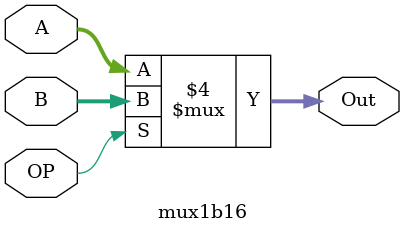
<source format=v>
module mux1b16(
	input [15:0] A,
	input [15:0] B,
	input [0:0] OP,
	output reg [15:0] Out
);


always @(A, B, OP) begin
	if(OP==1'b0)
		Out <= A; 
	else
		Out <= B;
end

endmodule

</source>
